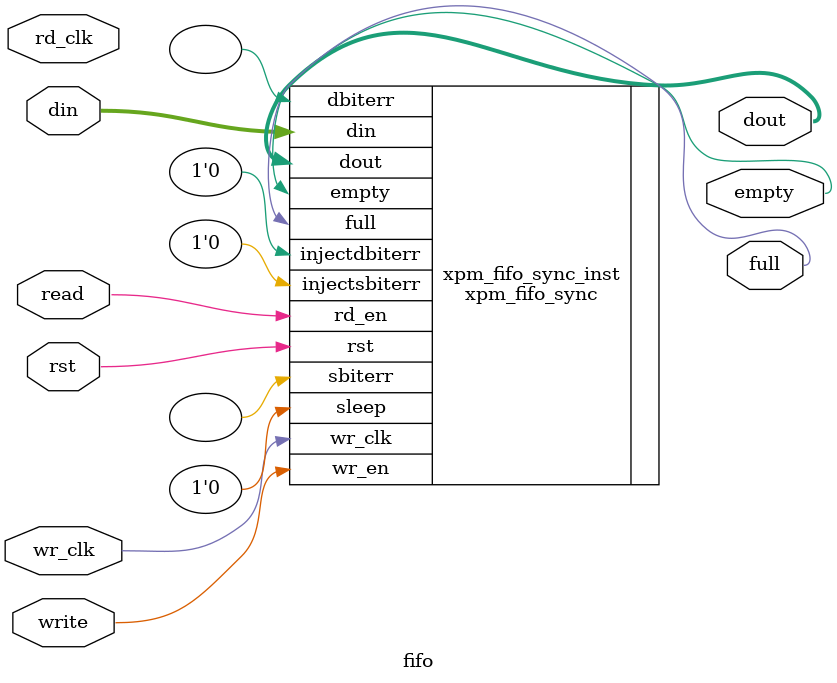
<source format=v>
`timescale 1ns / 1ps

module fifo #(
    parameter DEPTH=16,
    parameter WIDTH=32,
    parameter IS_ASYNC=0,
    parameter ADDR_WIDTH = log2(DEPTH),
    parameter FIFO_TYPE = (DEPTH*WIDTH > 1024*36) ? "ultra" : ((DEPTH*WIDTH > 32*256) ? "block" : "distributed")
    ) (
    input wr_clk,
    input [WIDTH-1:0] din,
    input write,
    output full, 
    output [WIDTH-1:0] dout,
    input read,
    output empty,
    input rd_clk,
    input rst
    );
    
    function integer log2(input integer x);
        integer i;
        if (x == 0)
            log2 = 0;
        else begin
            i = 0;
            while (x > (2**i)) begin
        i = i+1;
            end
            log2 = i;
        end
    endfunction
    
    xpm_fifo_sync # (    
      .FIFO_MEMORY_TYPE          (FIFO_TYPE),        //string; "auto", "block", or "distributed";
      .ECC_MODE                  ("no_ecc"),         //string; "no_ecc" or "en_ecc";
 //     .RELATED_CLOCKS            (IS_ASYNC),         //positive integer; 0 or 1
      .FIFO_WRITE_DEPTH          (DEPTH),            //positive integer
      .WRITE_DATA_WIDTH          (WIDTH),            //positive integer
      .WR_DATA_COUNT_WIDTH       (ADDR_WIDTH),       //positive integer
      .PROG_FULL_THRESH          (10),               //positive integer
      .FULL_RESET_VALUE          (0),                //positive integer; 0 or 1
      .READ_MODE                 ("fwft"),           //string; "std" or "fwft";
      .FIFO_READ_LATENCY         (1),                //positive integer;
      .READ_DATA_WIDTH           (WIDTH),            //positive integer
      .RD_DATA_COUNT_WIDTH       (ADDR_WIDTH),       //positive integer
      .PROG_EMPTY_THRESH         (10),               //positive integer
      .DOUT_RESET_VALUE          ("0"),              //string
//      .CDC_SYNC_STAGES           (2),                //positive integer
      .WAKEUP_TIME               (0)                 //positive integer; 0 or 2;
    ) xpm_fifo_sync_inst (
       .rst              (rst),
      .wr_clk           (wr_clk),
      .wr_en            (write),
      .din              (din),
      .full             (full),
//    .overflow         (overflow),
//    .wr_rst_busy      (wr_rst_busy),
      .rd_en            (read),
      .dout             (dout),
      .empty            (empty),
//    .underflow        (underflow),
//    .rd_rst_busy      (rd_rst_busy),
//    .prog_full        (prog_full),
//    .wr_data_count    (wr_data_count),
//    .prog_empty       (prog_empty),
//    .rd_data_count    (rd_data_count),
      .sleep            (1'b0),
      .injectsbiterr    (1'b0),
      .injectdbiterr    (1'b0),
      .sbiterr          (),
      .dbiterr          ()
    );
            
endmodule



</source>
